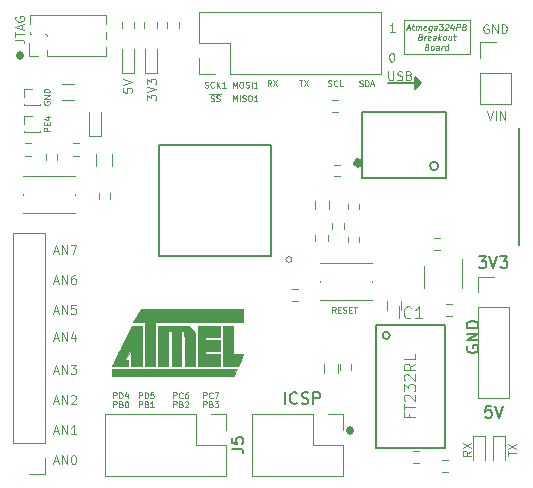
<source format=gbr>
G04 #@! TF.FileFunction,Legend,Top*
%FSLAX46Y46*%
G04 Gerber Fmt 4.6, Leading zero omitted, Abs format (unit mm)*
G04 Created by KiCad (PCBNEW 4.0.6) date 11/09/17 14:44:06*
%MOMM*%
%LPD*%
G01*
G04 APERTURE LIST*
%ADD10C,0.100000*%
%ADD11C,0.500000*%
%ADD12C,0.150000*%
%ADD13C,0.200000*%
%ADD14C,0.010000*%
%ADD15C,0.120000*%
%ADD16C,0.203200*%
%ADD17C,0.152400*%
%ADD18C,0.050000*%
G04 APERTURE END LIST*
D10*
X130399286Y-70651571D02*
X130399286Y-70187285D01*
X130685000Y-70437285D01*
X130685000Y-70330143D01*
X130720714Y-70258714D01*
X130756429Y-70223000D01*
X130827857Y-70187285D01*
X131006429Y-70187285D01*
X131077857Y-70223000D01*
X131113571Y-70258714D01*
X131149286Y-70330143D01*
X131149286Y-70544428D01*
X131113571Y-70615857D01*
X131077857Y-70651571D01*
X130399286Y-69972999D02*
X131149286Y-69722999D01*
X130399286Y-69472999D01*
X130399286Y-69294428D02*
X130399286Y-68830142D01*
X130685000Y-69080142D01*
X130685000Y-68973000D01*
X130720714Y-68901571D01*
X130756429Y-68865857D01*
X130827857Y-68830142D01*
X131006429Y-68830142D01*
X131077857Y-68865857D01*
X131113571Y-68901571D01*
X131149286Y-68973000D01*
X131149286Y-69187285D01*
X131113571Y-69258714D01*
X131077857Y-69294428D01*
X128367286Y-69611857D02*
X128367286Y-69969000D01*
X128724429Y-70004714D01*
X128688714Y-69969000D01*
X128653000Y-69897571D01*
X128653000Y-69719000D01*
X128688714Y-69647571D01*
X128724429Y-69611857D01*
X128795857Y-69576142D01*
X128974429Y-69576142D01*
X129045857Y-69611857D01*
X129081571Y-69647571D01*
X129117286Y-69719000D01*
X129117286Y-69897571D01*
X129081571Y-69969000D01*
X129045857Y-70004714D01*
X128367286Y-69361856D02*
X129117286Y-69111856D01*
X128367286Y-68861856D01*
D11*
X119634000Y-66754286D02*
X119729239Y-66849524D01*
X119634000Y-66944762D01*
X119538762Y-66849524D01*
X119634000Y-66754286D01*
X119634000Y-66944762D01*
X147574000Y-98504286D02*
X147669239Y-98599524D01*
X147574000Y-98694762D01*
X147478762Y-98599524D01*
X147574000Y-98504286D01*
X147574000Y-98694762D01*
D10*
X146339810Y-88618190D02*
X146173143Y-88380095D01*
X146054096Y-88618190D02*
X146054096Y-88118190D01*
X146244572Y-88118190D01*
X146292191Y-88142000D01*
X146316000Y-88165810D01*
X146339810Y-88213429D01*
X146339810Y-88284857D01*
X146316000Y-88332476D01*
X146292191Y-88356286D01*
X146244572Y-88380095D01*
X146054096Y-88380095D01*
X146554096Y-88356286D02*
X146720762Y-88356286D01*
X146792191Y-88618190D02*
X146554096Y-88618190D01*
X146554096Y-88118190D01*
X146792191Y-88118190D01*
X146982667Y-88594381D02*
X147054096Y-88618190D01*
X147173143Y-88618190D01*
X147220762Y-88594381D01*
X147244572Y-88570571D01*
X147268381Y-88522952D01*
X147268381Y-88475333D01*
X147244572Y-88427714D01*
X147220762Y-88403905D01*
X147173143Y-88380095D01*
X147077905Y-88356286D01*
X147030286Y-88332476D01*
X147006477Y-88308667D01*
X146982667Y-88261048D01*
X146982667Y-88213429D01*
X147006477Y-88165810D01*
X147030286Y-88142000D01*
X147077905Y-88118190D01*
X147196953Y-88118190D01*
X147268381Y-88142000D01*
X147482667Y-88356286D02*
X147649333Y-88356286D01*
X147720762Y-88618190D02*
X147482667Y-88618190D01*
X147482667Y-88118190D01*
X147720762Y-88118190D01*
X147863619Y-88118190D02*
X148149333Y-88118190D01*
X148006476Y-88618190D02*
X148006476Y-88118190D01*
X121670000Y-70738953D02*
X121646190Y-70786572D01*
X121646190Y-70858000D01*
X121670000Y-70929429D01*
X121717619Y-70977048D01*
X121765238Y-71000857D01*
X121860476Y-71024667D01*
X121931905Y-71024667D01*
X122027143Y-71000857D01*
X122074762Y-70977048D01*
X122122381Y-70929429D01*
X122146190Y-70858000D01*
X122146190Y-70810381D01*
X122122381Y-70738953D01*
X122098571Y-70715143D01*
X121931905Y-70715143D01*
X121931905Y-70810381D01*
X122146190Y-70500857D02*
X121646190Y-70500857D01*
X122146190Y-70215143D01*
X121646190Y-70215143D01*
X122146190Y-69977047D02*
X121646190Y-69977047D01*
X121646190Y-69858000D01*
X121670000Y-69786571D01*
X121717619Y-69738952D01*
X121765238Y-69715143D01*
X121860476Y-69691333D01*
X121931905Y-69691333D01*
X122027143Y-69715143D01*
X122074762Y-69738952D01*
X122122381Y-69786571D01*
X122146190Y-69858000D01*
X122146190Y-69977047D01*
X157734000Y-63830200D02*
X152146000Y-63830200D01*
X157734000Y-63957200D02*
X157734000Y-63830200D01*
X157734000Y-66751200D02*
X157734000Y-63957200D01*
X152146000Y-66751200D02*
X157734000Y-66751200D01*
X152146000Y-63830200D02*
X152146000Y-66751200D01*
X152402594Y-64536733D02*
X152640689Y-64536733D01*
X152337118Y-64679590D02*
X152566285Y-64179590D01*
X152670451Y-64679590D01*
X152807356Y-64346257D02*
X152997832Y-64346257D01*
X152899618Y-64179590D02*
X152846047Y-64608162D01*
X152863903Y-64655781D01*
X152908546Y-64679590D01*
X152956165Y-64679590D01*
X153122832Y-64679590D02*
X153164499Y-64346257D01*
X153158547Y-64393876D02*
X153185332Y-64370067D01*
X153235927Y-64346257D01*
X153307356Y-64346257D01*
X153351999Y-64370067D01*
X153369855Y-64417686D01*
X153337117Y-64679590D01*
X153369855Y-64417686D02*
X153399618Y-64370067D01*
X153450213Y-64346257D01*
X153521641Y-64346257D01*
X153566285Y-64370067D01*
X153584141Y-64417686D01*
X153551403Y-64679590D01*
X153982951Y-64655781D02*
X153932356Y-64679590D01*
X153837118Y-64679590D01*
X153792475Y-64655781D01*
X153774618Y-64608162D01*
X153798427Y-64417686D01*
X153828190Y-64370067D01*
X153878785Y-64346257D01*
X153974023Y-64346257D01*
X154018666Y-64370067D01*
X154036522Y-64417686D01*
X154030570Y-64465305D01*
X153786523Y-64512924D01*
X154474022Y-64346257D02*
X154423427Y-64751019D01*
X154393665Y-64798638D01*
X154366879Y-64822448D01*
X154316284Y-64846257D01*
X154244856Y-64846257D01*
X154200213Y-64822448D01*
X154435331Y-64655781D02*
X154384736Y-64679590D01*
X154289498Y-64679590D01*
X154244855Y-64655781D01*
X154224023Y-64631971D01*
X154206165Y-64584352D01*
X154224022Y-64441495D01*
X154253785Y-64393876D01*
X154280570Y-64370067D01*
X154331165Y-64346257D01*
X154426403Y-64346257D01*
X154471046Y-64370067D01*
X154884736Y-64679590D02*
X154917474Y-64417686D01*
X154899618Y-64370067D01*
X154854975Y-64346257D01*
X154759737Y-64346257D01*
X154709142Y-64370067D01*
X154887712Y-64655781D02*
X154837117Y-64679590D01*
X154718070Y-64679590D01*
X154673427Y-64655781D01*
X154655570Y-64608162D01*
X154661522Y-64560543D01*
X154691285Y-64512924D01*
X154741880Y-64489114D01*
X154860927Y-64489114D01*
X154911522Y-64465305D01*
X155137713Y-64179590D02*
X155447236Y-64179590D01*
X155256761Y-64370067D01*
X155328189Y-64370067D01*
X155372832Y-64393876D01*
X155393665Y-64417686D01*
X155411522Y-64465305D01*
X155396641Y-64584352D01*
X155366880Y-64631971D01*
X155340093Y-64655781D01*
X155289498Y-64679590D01*
X155146641Y-64679590D01*
X155101998Y-64655781D01*
X155081166Y-64631971D01*
X155631760Y-64227210D02*
X155658546Y-64203400D01*
X155709141Y-64179590D01*
X155828188Y-64179590D01*
X155872831Y-64203400D01*
X155893665Y-64227210D01*
X155911521Y-64274829D01*
X155905569Y-64322448D01*
X155872832Y-64393876D01*
X155551403Y-64679590D01*
X155860926Y-64679590D01*
X156331164Y-64346257D02*
X156289497Y-64679590D01*
X156235926Y-64155781D02*
X156072236Y-64512924D01*
X156381760Y-64512924D01*
X156551402Y-64679590D02*
X156613902Y-64179590D01*
X156804378Y-64179590D01*
X156849021Y-64203400D01*
X156869854Y-64227210D01*
X156887711Y-64274829D01*
X156878783Y-64346257D01*
X156849021Y-64393876D01*
X156822235Y-64417686D01*
X156771640Y-64441495D01*
X156581164Y-64441495D01*
X157250806Y-64417686D02*
X157319259Y-64441495D01*
X157340092Y-64465305D01*
X157357950Y-64512924D01*
X157349021Y-64584352D01*
X157319259Y-64631971D01*
X157292473Y-64655781D01*
X157241878Y-64679590D01*
X157051402Y-64679590D01*
X157113902Y-64179590D01*
X157280568Y-64179590D01*
X157325211Y-64203400D01*
X157346045Y-64227210D01*
X157363901Y-64274829D01*
X157357949Y-64322448D01*
X157328188Y-64370067D01*
X157301402Y-64393876D01*
X157250806Y-64417686D01*
X157084140Y-64417686D01*
X153536521Y-65267686D02*
X153604974Y-65291495D01*
X153625807Y-65315305D01*
X153643665Y-65362924D01*
X153634736Y-65434352D01*
X153604974Y-65481971D01*
X153578188Y-65505781D01*
X153527593Y-65529590D01*
X153337117Y-65529590D01*
X153399617Y-65029590D01*
X153566283Y-65029590D01*
X153610926Y-65053400D01*
X153631760Y-65077210D01*
X153649616Y-65124829D01*
X153643664Y-65172448D01*
X153613903Y-65220067D01*
X153587117Y-65243876D01*
X153536521Y-65267686D01*
X153369855Y-65267686D01*
X153837117Y-65529590D02*
X153878784Y-65196257D01*
X153866879Y-65291495D02*
X153896641Y-65243876D01*
X153923427Y-65220067D01*
X153974022Y-65196257D01*
X154021641Y-65196257D01*
X154340093Y-65505781D02*
X154289498Y-65529590D01*
X154194260Y-65529590D01*
X154149617Y-65505781D01*
X154131760Y-65458162D01*
X154155569Y-65267686D01*
X154185332Y-65220067D01*
X154235927Y-65196257D01*
X154331165Y-65196257D01*
X154375808Y-65220067D01*
X154393664Y-65267686D01*
X154387712Y-65315305D01*
X154143665Y-65362924D01*
X154789497Y-65529590D02*
X154822235Y-65267686D01*
X154804379Y-65220067D01*
X154759736Y-65196257D01*
X154664498Y-65196257D01*
X154613903Y-65220067D01*
X154792473Y-65505781D02*
X154741878Y-65529590D01*
X154622831Y-65529590D01*
X154578188Y-65505781D01*
X154560331Y-65458162D01*
X154566283Y-65410543D01*
X154596046Y-65362924D01*
X154646641Y-65339114D01*
X154765688Y-65339114D01*
X154816283Y-65315305D01*
X155027593Y-65529590D02*
X155090093Y-65029590D01*
X155099022Y-65339114D02*
X155218069Y-65529590D01*
X155259736Y-65196257D02*
X155045450Y-65386733D01*
X155503783Y-65529590D02*
X155459140Y-65505781D01*
X155438308Y-65481971D01*
X155420450Y-65434352D01*
X155438307Y-65291495D01*
X155468070Y-65243876D01*
X155494855Y-65220067D01*
X155545450Y-65196257D01*
X155616879Y-65196257D01*
X155661522Y-65220067D01*
X155682355Y-65243876D01*
X155700212Y-65291495D01*
X155682355Y-65434352D01*
X155652593Y-65481971D01*
X155625807Y-65505781D01*
X155575212Y-65529590D01*
X155503783Y-65529590D01*
X156140688Y-65196257D02*
X156099021Y-65529590D01*
X155926403Y-65196257D02*
X155893665Y-65458162D01*
X155911521Y-65505781D01*
X155956164Y-65529590D01*
X156027593Y-65529590D01*
X156078188Y-65505781D01*
X156104974Y-65481971D01*
X156307355Y-65196257D02*
X156497831Y-65196257D01*
X156399617Y-65029590D02*
X156346046Y-65458162D01*
X156363902Y-65505781D01*
X156408545Y-65529590D01*
X156456164Y-65529590D01*
X154096045Y-66117686D02*
X154164498Y-66141495D01*
X154185331Y-66165305D01*
X154203189Y-66212924D01*
X154194260Y-66284352D01*
X154164498Y-66331971D01*
X154137712Y-66355781D01*
X154087117Y-66379590D01*
X153896641Y-66379590D01*
X153959141Y-65879590D01*
X154125807Y-65879590D01*
X154170450Y-65903400D01*
X154191284Y-65927210D01*
X154209140Y-65974829D01*
X154203188Y-66022448D01*
X154173427Y-66070067D01*
X154146641Y-66093876D01*
X154096045Y-66117686D01*
X153929379Y-66117686D01*
X154468069Y-66379590D02*
X154423426Y-66355781D01*
X154402594Y-66331971D01*
X154384736Y-66284352D01*
X154402593Y-66141495D01*
X154432356Y-66093876D01*
X154459141Y-66070067D01*
X154509736Y-66046257D01*
X154581165Y-66046257D01*
X154625808Y-66070067D01*
X154646641Y-66093876D01*
X154664498Y-66141495D01*
X154646641Y-66284352D01*
X154616879Y-66331971D01*
X154590093Y-66355781D01*
X154539498Y-66379590D01*
X154468069Y-66379590D01*
X155063307Y-66379590D02*
X155096045Y-66117686D01*
X155078189Y-66070067D01*
X155033546Y-66046257D01*
X154938308Y-66046257D01*
X154887713Y-66070067D01*
X155066283Y-66355781D02*
X155015688Y-66379590D01*
X154896641Y-66379590D01*
X154851998Y-66355781D01*
X154834141Y-66308162D01*
X154840093Y-66260543D01*
X154869856Y-66212924D01*
X154920451Y-66189114D01*
X155039498Y-66189114D01*
X155090093Y-66165305D01*
X155301403Y-66379590D02*
X155343070Y-66046257D01*
X155331165Y-66141495D02*
X155360927Y-66093876D01*
X155387713Y-66070067D01*
X155438308Y-66046257D01*
X155485927Y-66046257D01*
X155825212Y-66379590D02*
X155887712Y-65879590D01*
X155828188Y-66355781D02*
X155777593Y-66379590D01*
X155682355Y-66379590D01*
X155637712Y-66355781D01*
X155616880Y-66331971D01*
X155599022Y-66284352D01*
X155616879Y-66141495D01*
X155646642Y-66093876D01*
X155673427Y-66070067D01*
X155724022Y-66046257D01*
X155819260Y-66046257D01*
X155863903Y-66070067D01*
X122146190Y-73239237D02*
X121646190Y-73239237D01*
X121646190Y-73048761D01*
X121670000Y-73001142D01*
X121693810Y-72977333D01*
X121741429Y-72953523D01*
X121812857Y-72953523D01*
X121860476Y-72977333D01*
X121884286Y-73001142D01*
X121908095Y-73048761D01*
X121908095Y-73239237D01*
X121884286Y-72739237D02*
X121884286Y-72572571D01*
X122146190Y-72501142D02*
X122146190Y-72739237D01*
X121646190Y-72739237D01*
X121646190Y-72501142D01*
X121812857Y-72072571D02*
X122146190Y-72072571D01*
X121622381Y-72191618D02*
X121979524Y-72310666D01*
X121979524Y-72001142D01*
D12*
X157488000Y-91439904D02*
X157440381Y-91535142D01*
X157440381Y-91677999D01*
X157488000Y-91820857D01*
X157583238Y-91916095D01*
X157678476Y-91963714D01*
X157868952Y-92011333D01*
X158011810Y-92011333D01*
X158202286Y-91963714D01*
X158297524Y-91916095D01*
X158392762Y-91820857D01*
X158440381Y-91677999D01*
X158440381Y-91582761D01*
X158392762Y-91439904D01*
X158345143Y-91392285D01*
X158011810Y-91392285D01*
X158011810Y-91582761D01*
X158440381Y-90963714D02*
X157440381Y-90963714D01*
X158440381Y-90392285D01*
X157440381Y-90392285D01*
X158440381Y-89916095D02*
X157440381Y-89916095D01*
X157440381Y-89678000D01*
X157488000Y-89535142D01*
X157583238Y-89439904D01*
X157678476Y-89392285D01*
X157868952Y-89344666D01*
X158011810Y-89344666D01*
X158202286Y-89392285D01*
X158297524Y-89439904D01*
X158392762Y-89535142D01*
X158440381Y-89678000D01*
X158440381Y-89916095D01*
D10*
X159270772Y-64242600D02*
X159199343Y-64206886D01*
X159092200Y-64206886D01*
X158985057Y-64242600D01*
X158913629Y-64314029D01*
X158877914Y-64385457D01*
X158842200Y-64528314D01*
X158842200Y-64635457D01*
X158877914Y-64778314D01*
X158913629Y-64849743D01*
X158985057Y-64921171D01*
X159092200Y-64956886D01*
X159163629Y-64956886D01*
X159270772Y-64921171D01*
X159306486Y-64885457D01*
X159306486Y-64635457D01*
X159163629Y-64635457D01*
X159627914Y-64956886D02*
X159627914Y-64206886D01*
X160056486Y-64956886D01*
X160056486Y-64206886D01*
X160413628Y-64956886D02*
X160413628Y-64206886D01*
X160592200Y-64206886D01*
X160699343Y-64242600D01*
X160770771Y-64314029D01*
X160806486Y-64385457D01*
X160842200Y-64528314D01*
X160842200Y-64635457D01*
X160806486Y-64778314D01*
X160770771Y-64849743D01*
X160699343Y-64921171D01*
X160592200Y-64956886D01*
X160413628Y-64956886D01*
X135143953Y-95857190D02*
X135143953Y-95357190D01*
X135334429Y-95357190D01*
X135382048Y-95381000D01*
X135405857Y-95404810D01*
X135429667Y-95452429D01*
X135429667Y-95523857D01*
X135405857Y-95571476D01*
X135382048Y-95595286D01*
X135334429Y-95619095D01*
X135143953Y-95619095D01*
X135929667Y-95809571D02*
X135905857Y-95833381D01*
X135834429Y-95857190D01*
X135786810Y-95857190D01*
X135715381Y-95833381D01*
X135667762Y-95785762D01*
X135643953Y-95738143D01*
X135620143Y-95642905D01*
X135620143Y-95571476D01*
X135643953Y-95476238D01*
X135667762Y-95428619D01*
X135715381Y-95381000D01*
X135786810Y-95357190D01*
X135834429Y-95357190D01*
X135905857Y-95381000D01*
X135929667Y-95404810D01*
X136096334Y-95357190D02*
X136429667Y-95357190D01*
X136215381Y-95857190D01*
X135143953Y-96619190D02*
X135143953Y-96119190D01*
X135334429Y-96119190D01*
X135382048Y-96143000D01*
X135405857Y-96166810D01*
X135429667Y-96214429D01*
X135429667Y-96285857D01*
X135405857Y-96333476D01*
X135382048Y-96357286D01*
X135334429Y-96381095D01*
X135143953Y-96381095D01*
X135810619Y-96357286D02*
X135882048Y-96381095D01*
X135905857Y-96404905D01*
X135929667Y-96452524D01*
X135929667Y-96523952D01*
X135905857Y-96571571D01*
X135882048Y-96595381D01*
X135834429Y-96619190D01*
X135643953Y-96619190D01*
X135643953Y-96119190D01*
X135810619Y-96119190D01*
X135858238Y-96143000D01*
X135882048Y-96166810D01*
X135905857Y-96214429D01*
X135905857Y-96262048D01*
X135882048Y-96309667D01*
X135858238Y-96333476D01*
X135810619Y-96357286D01*
X135643953Y-96357286D01*
X136096334Y-96119190D02*
X136405857Y-96119190D01*
X136239191Y-96309667D01*
X136310619Y-96309667D01*
X136358238Y-96333476D01*
X136382048Y-96357286D01*
X136405857Y-96404905D01*
X136405857Y-96523952D01*
X136382048Y-96571571D01*
X136358238Y-96595381D01*
X136310619Y-96619190D01*
X136167762Y-96619190D01*
X136120143Y-96595381D01*
X136096334Y-96571571D01*
X132603953Y-95857190D02*
X132603953Y-95357190D01*
X132794429Y-95357190D01*
X132842048Y-95381000D01*
X132865857Y-95404810D01*
X132889667Y-95452429D01*
X132889667Y-95523857D01*
X132865857Y-95571476D01*
X132842048Y-95595286D01*
X132794429Y-95619095D01*
X132603953Y-95619095D01*
X133389667Y-95809571D02*
X133365857Y-95833381D01*
X133294429Y-95857190D01*
X133246810Y-95857190D01*
X133175381Y-95833381D01*
X133127762Y-95785762D01*
X133103953Y-95738143D01*
X133080143Y-95642905D01*
X133080143Y-95571476D01*
X133103953Y-95476238D01*
X133127762Y-95428619D01*
X133175381Y-95381000D01*
X133246810Y-95357190D01*
X133294429Y-95357190D01*
X133365857Y-95381000D01*
X133389667Y-95404810D01*
X133818238Y-95357190D02*
X133723000Y-95357190D01*
X133675381Y-95381000D01*
X133651572Y-95404810D01*
X133603953Y-95476238D01*
X133580143Y-95571476D01*
X133580143Y-95761952D01*
X133603953Y-95809571D01*
X133627762Y-95833381D01*
X133675381Y-95857190D01*
X133770619Y-95857190D01*
X133818238Y-95833381D01*
X133842048Y-95809571D01*
X133865857Y-95761952D01*
X133865857Y-95642905D01*
X133842048Y-95595286D01*
X133818238Y-95571476D01*
X133770619Y-95547667D01*
X133675381Y-95547667D01*
X133627762Y-95571476D01*
X133603953Y-95595286D01*
X133580143Y-95642905D01*
X132603953Y-96619190D02*
X132603953Y-96119190D01*
X132794429Y-96119190D01*
X132842048Y-96143000D01*
X132865857Y-96166810D01*
X132889667Y-96214429D01*
X132889667Y-96285857D01*
X132865857Y-96333476D01*
X132842048Y-96357286D01*
X132794429Y-96381095D01*
X132603953Y-96381095D01*
X133270619Y-96357286D02*
X133342048Y-96381095D01*
X133365857Y-96404905D01*
X133389667Y-96452524D01*
X133389667Y-96523952D01*
X133365857Y-96571571D01*
X133342048Y-96595381D01*
X133294429Y-96619190D01*
X133103953Y-96619190D01*
X133103953Y-96119190D01*
X133270619Y-96119190D01*
X133318238Y-96143000D01*
X133342048Y-96166810D01*
X133365857Y-96214429D01*
X133365857Y-96262048D01*
X133342048Y-96309667D01*
X133318238Y-96333476D01*
X133270619Y-96357286D01*
X133103953Y-96357286D01*
X133580143Y-96166810D02*
X133603953Y-96143000D01*
X133651572Y-96119190D01*
X133770619Y-96119190D01*
X133818238Y-96143000D01*
X133842048Y-96166810D01*
X133865857Y-96214429D01*
X133865857Y-96262048D01*
X133842048Y-96333476D01*
X133556334Y-96619190D01*
X133865857Y-96619190D01*
X129682953Y-95857190D02*
X129682953Y-95357190D01*
X129873429Y-95357190D01*
X129921048Y-95381000D01*
X129944857Y-95404810D01*
X129968667Y-95452429D01*
X129968667Y-95523857D01*
X129944857Y-95571476D01*
X129921048Y-95595286D01*
X129873429Y-95619095D01*
X129682953Y-95619095D01*
X130182953Y-95857190D02*
X130182953Y-95357190D01*
X130302000Y-95357190D01*
X130373429Y-95381000D01*
X130421048Y-95428619D01*
X130444857Y-95476238D01*
X130468667Y-95571476D01*
X130468667Y-95642905D01*
X130444857Y-95738143D01*
X130421048Y-95785762D01*
X130373429Y-95833381D01*
X130302000Y-95857190D01*
X130182953Y-95857190D01*
X130921048Y-95357190D02*
X130682953Y-95357190D01*
X130659143Y-95595286D01*
X130682953Y-95571476D01*
X130730572Y-95547667D01*
X130849619Y-95547667D01*
X130897238Y-95571476D01*
X130921048Y-95595286D01*
X130944857Y-95642905D01*
X130944857Y-95761952D01*
X130921048Y-95809571D01*
X130897238Y-95833381D01*
X130849619Y-95857190D01*
X130730572Y-95857190D01*
X130682953Y-95833381D01*
X130659143Y-95809571D01*
X129682953Y-96619190D02*
X129682953Y-96119190D01*
X129873429Y-96119190D01*
X129921048Y-96143000D01*
X129944857Y-96166810D01*
X129968667Y-96214429D01*
X129968667Y-96285857D01*
X129944857Y-96333476D01*
X129921048Y-96357286D01*
X129873429Y-96381095D01*
X129682953Y-96381095D01*
X130349619Y-96357286D02*
X130421048Y-96381095D01*
X130444857Y-96404905D01*
X130468667Y-96452524D01*
X130468667Y-96523952D01*
X130444857Y-96571571D01*
X130421048Y-96595381D01*
X130373429Y-96619190D01*
X130182953Y-96619190D01*
X130182953Y-96119190D01*
X130349619Y-96119190D01*
X130397238Y-96143000D01*
X130421048Y-96166810D01*
X130444857Y-96214429D01*
X130444857Y-96262048D01*
X130421048Y-96309667D01*
X130397238Y-96333476D01*
X130349619Y-96357286D01*
X130182953Y-96357286D01*
X130944857Y-96619190D02*
X130659143Y-96619190D01*
X130802000Y-96619190D02*
X130802000Y-96119190D01*
X130754381Y-96190619D01*
X130706762Y-96238238D01*
X130659143Y-96262048D01*
X127523953Y-95857190D02*
X127523953Y-95357190D01*
X127714429Y-95357190D01*
X127762048Y-95381000D01*
X127785857Y-95404810D01*
X127809667Y-95452429D01*
X127809667Y-95523857D01*
X127785857Y-95571476D01*
X127762048Y-95595286D01*
X127714429Y-95619095D01*
X127523953Y-95619095D01*
X128023953Y-95857190D02*
X128023953Y-95357190D01*
X128143000Y-95357190D01*
X128214429Y-95381000D01*
X128262048Y-95428619D01*
X128285857Y-95476238D01*
X128309667Y-95571476D01*
X128309667Y-95642905D01*
X128285857Y-95738143D01*
X128262048Y-95785762D01*
X128214429Y-95833381D01*
X128143000Y-95857190D01*
X128023953Y-95857190D01*
X128738238Y-95523857D02*
X128738238Y-95857190D01*
X128619191Y-95333381D02*
X128500143Y-95690524D01*
X128809667Y-95690524D01*
X137660191Y-70711190D02*
X137660191Y-70211190D01*
X137826857Y-70568333D01*
X137993524Y-70211190D01*
X137993524Y-70711190D01*
X138231620Y-70711190D02*
X138231620Y-70211190D01*
X138445905Y-70687381D02*
X138517334Y-70711190D01*
X138636381Y-70711190D01*
X138684000Y-70687381D01*
X138707810Y-70663571D01*
X138731619Y-70615952D01*
X138731619Y-70568333D01*
X138707810Y-70520714D01*
X138684000Y-70496905D01*
X138636381Y-70473095D01*
X138541143Y-70449286D01*
X138493524Y-70425476D01*
X138469715Y-70401667D01*
X138445905Y-70354048D01*
X138445905Y-70306429D01*
X138469715Y-70258810D01*
X138493524Y-70235000D01*
X138541143Y-70211190D01*
X138660191Y-70211190D01*
X138731619Y-70235000D01*
X139041143Y-70211190D02*
X139136381Y-70211190D01*
X139184000Y-70235000D01*
X139231619Y-70282619D01*
X139255428Y-70377857D01*
X139255428Y-70544524D01*
X139231619Y-70639762D01*
X139184000Y-70687381D01*
X139136381Y-70711190D01*
X139041143Y-70711190D01*
X138993524Y-70687381D01*
X138945905Y-70639762D01*
X138922095Y-70544524D01*
X138922095Y-70377857D01*
X138945905Y-70282619D01*
X138993524Y-70235000D01*
X139041143Y-70211190D01*
X139731619Y-70711190D02*
X139445905Y-70711190D01*
X139588762Y-70711190D02*
X139588762Y-70211190D01*
X139541143Y-70282619D01*
X139493524Y-70330238D01*
X139445905Y-70354048D01*
X137660191Y-69568190D02*
X137660191Y-69068190D01*
X137826857Y-69425333D01*
X137993524Y-69068190D01*
X137993524Y-69568190D01*
X138326858Y-69068190D02*
X138422096Y-69068190D01*
X138469715Y-69092000D01*
X138517334Y-69139619D01*
X138541143Y-69234857D01*
X138541143Y-69401524D01*
X138517334Y-69496762D01*
X138469715Y-69544381D01*
X138422096Y-69568190D01*
X138326858Y-69568190D01*
X138279239Y-69544381D01*
X138231620Y-69496762D01*
X138207810Y-69401524D01*
X138207810Y-69234857D01*
X138231620Y-69139619D01*
X138279239Y-69092000D01*
X138326858Y-69068190D01*
X138731620Y-69544381D02*
X138803049Y-69568190D01*
X138922096Y-69568190D01*
X138969715Y-69544381D01*
X138993525Y-69520571D01*
X139017334Y-69472952D01*
X139017334Y-69425333D01*
X138993525Y-69377714D01*
X138969715Y-69353905D01*
X138922096Y-69330095D01*
X138826858Y-69306286D01*
X138779239Y-69282476D01*
X138755430Y-69258667D01*
X138731620Y-69211048D01*
X138731620Y-69163429D01*
X138755430Y-69115810D01*
X138779239Y-69092000D01*
X138826858Y-69068190D01*
X138945906Y-69068190D01*
X139017334Y-69092000D01*
X139231620Y-69568190D02*
X139231620Y-69068190D01*
X139731619Y-69568190D02*
X139445905Y-69568190D01*
X139588762Y-69568190D02*
X139588762Y-69068190D01*
X139541143Y-69139619D01*
X139493524Y-69187238D01*
X139445905Y-69211048D01*
X135763048Y-70687381D02*
X135834477Y-70711190D01*
X135953524Y-70711190D01*
X136001143Y-70687381D01*
X136024953Y-70663571D01*
X136048762Y-70615952D01*
X136048762Y-70568333D01*
X136024953Y-70520714D01*
X136001143Y-70496905D01*
X135953524Y-70473095D01*
X135858286Y-70449286D01*
X135810667Y-70425476D01*
X135786858Y-70401667D01*
X135763048Y-70354048D01*
X135763048Y-70306429D01*
X135786858Y-70258810D01*
X135810667Y-70235000D01*
X135858286Y-70211190D01*
X135977334Y-70211190D01*
X136048762Y-70235000D01*
X136239238Y-70687381D02*
X136310667Y-70711190D01*
X136429714Y-70711190D01*
X136477333Y-70687381D01*
X136501143Y-70663571D01*
X136524952Y-70615952D01*
X136524952Y-70568333D01*
X136501143Y-70520714D01*
X136477333Y-70496905D01*
X136429714Y-70473095D01*
X136334476Y-70449286D01*
X136286857Y-70425476D01*
X136263048Y-70401667D01*
X136239238Y-70354048D01*
X136239238Y-70306429D01*
X136263048Y-70258810D01*
X136286857Y-70235000D01*
X136334476Y-70211190D01*
X136453524Y-70211190D01*
X136524952Y-70235000D01*
X135667810Y-70125000D02*
X136620190Y-70125000D01*
X135263048Y-69544381D02*
X135334477Y-69568190D01*
X135453524Y-69568190D01*
X135501143Y-69544381D01*
X135524953Y-69520571D01*
X135548762Y-69472952D01*
X135548762Y-69425333D01*
X135524953Y-69377714D01*
X135501143Y-69353905D01*
X135453524Y-69330095D01*
X135358286Y-69306286D01*
X135310667Y-69282476D01*
X135286858Y-69258667D01*
X135263048Y-69211048D01*
X135263048Y-69163429D01*
X135286858Y-69115810D01*
X135310667Y-69092000D01*
X135358286Y-69068190D01*
X135477334Y-69068190D01*
X135548762Y-69092000D01*
X136048762Y-69520571D02*
X136024952Y-69544381D01*
X135953524Y-69568190D01*
X135905905Y-69568190D01*
X135834476Y-69544381D01*
X135786857Y-69496762D01*
X135763048Y-69449143D01*
X135739238Y-69353905D01*
X135739238Y-69282476D01*
X135763048Y-69187238D01*
X135786857Y-69139619D01*
X135834476Y-69092000D01*
X135905905Y-69068190D01*
X135953524Y-69068190D01*
X136024952Y-69092000D01*
X136048762Y-69115810D01*
X136263048Y-69568190D02*
X136263048Y-69068190D01*
X136548762Y-69568190D02*
X136334476Y-69282476D01*
X136548762Y-69068190D02*
X136263048Y-69353905D01*
X137024952Y-69568190D02*
X136739238Y-69568190D01*
X136882095Y-69568190D02*
X136882095Y-69068190D01*
X136834476Y-69139619D01*
X136786857Y-69187238D01*
X136739238Y-69211048D01*
X140886667Y-69441190D02*
X140720000Y-69203095D01*
X140600953Y-69441190D02*
X140600953Y-68941190D01*
X140791429Y-68941190D01*
X140839048Y-68965000D01*
X140862857Y-68988810D01*
X140886667Y-69036429D01*
X140886667Y-69107857D01*
X140862857Y-69155476D01*
X140839048Y-69179286D01*
X140791429Y-69203095D01*
X140600953Y-69203095D01*
X141053334Y-68941190D02*
X141386667Y-69441190D01*
X141386667Y-68941190D02*
X141053334Y-69441190D01*
X143256048Y-68941190D02*
X143541762Y-68941190D01*
X143398905Y-69441190D02*
X143398905Y-68941190D01*
X143660810Y-68941190D02*
X143994143Y-69441190D01*
X143994143Y-68941190D02*
X143660810Y-69441190D01*
X148363858Y-69417381D02*
X148435287Y-69441190D01*
X148554334Y-69441190D01*
X148601953Y-69417381D01*
X148625763Y-69393571D01*
X148649572Y-69345952D01*
X148649572Y-69298333D01*
X148625763Y-69250714D01*
X148601953Y-69226905D01*
X148554334Y-69203095D01*
X148459096Y-69179286D01*
X148411477Y-69155476D01*
X148387668Y-69131667D01*
X148363858Y-69084048D01*
X148363858Y-69036429D01*
X148387668Y-68988810D01*
X148411477Y-68965000D01*
X148459096Y-68941190D01*
X148578144Y-68941190D01*
X148649572Y-68965000D01*
X148863858Y-69441190D02*
X148863858Y-68941190D01*
X148982905Y-68941190D01*
X149054334Y-68965000D01*
X149101953Y-69012619D01*
X149125762Y-69060238D01*
X149149572Y-69155476D01*
X149149572Y-69226905D01*
X149125762Y-69322143D01*
X149101953Y-69369762D01*
X149054334Y-69417381D01*
X148982905Y-69441190D01*
X148863858Y-69441190D01*
X149340048Y-69298333D02*
X149578143Y-69298333D01*
X149292429Y-69441190D02*
X149459096Y-68941190D01*
X149625762Y-69441190D01*
X145708762Y-69417381D02*
X145780191Y-69441190D01*
X145899238Y-69441190D01*
X145946857Y-69417381D01*
X145970667Y-69393571D01*
X145994476Y-69345952D01*
X145994476Y-69298333D01*
X145970667Y-69250714D01*
X145946857Y-69226905D01*
X145899238Y-69203095D01*
X145804000Y-69179286D01*
X145756381Y-69155476D01*
X145732572Y-69131667D01*
X145708762Y-69084048D01*
X145708762Y-69036429D01*
X145732572Y-68988810D01*
X145756381Y-68965000D01*
X145804000Y-68941190D01*
X145923048Y-68941190D01*
X145994476Y-68965000D01*
X146494476Y-69393571D02*
X146470666Y-69417381D01*
X146399238Y-69441190D01*
X146351619Y-69441190D01*
X146280190Y-69417381D01*
X146232571Y-69369762D01*
X146208762Y-69322143D01*
X146184952Y-69226905D01*
X146184952Y-69155476D01*
X146208762Y-69060238D01*
X146232571Y-69012619D01*
X146280190Y-68965000D01*
X146351619Y-68941190D01*
X146399238Y-68941190D01*
X146470666Y-68965000D01*
X146494476Y-68988810D01*
X146946857Y-69441190D02*
X146708762Y-69441190D01*
X146708762Y-68941190D01*
X151068886Y-66619886D02*
X151140314Y-66619886D01*
X151211743Y-66655600D01*
X151247457Y-66691314D01*
X151283171Y-66762743D01*
X151318886Y-66905600D01*
X151318886Y-67084171D01*
X151283171Y-67227029D01*
X151247457Y-67298457D01*
X151211743Y-67334171D01*
X151140314Y-67369886D01*
X151068886Y-67369886D01*
X150997457Y-67334171D01*
X150961743Y-67298457D01*
X150926028Y-67227029D01*
X150890314Y-67084171D01*
X150890314Y-66905600D01*
X150926028Y-66762743D01*
X150961743Y-66691314D01*
X150997457Y-66655600D01*
X151068886Y-66619886D01*
X151369686Y-64829886D02*
X150941114Y-64829886D01*
X151155400Y-64829886D02*
X151155400Y-64079886D01*
X151083971Y-64187029D01*
X151012543Y-64258457D01*
X150941114Y-64294171D01*
D12*
X159524724Y-96515941D02*
X159048533Y-96515941D01*
X159000914Y-96992131D01*
X159048533Y-96944512D01*
X159143771Y-96896893D01*
X159381867Y-96896893D01*
X159477105Y-96944512D01*
X159524724Y-96992131D01*
X159572343Y-97087370D01*
X159572343Y-97325465D01*
X159524724Y-97420703D01*
X159477105Y-97468322D01*
X159381867Y-97515941D01*
X159143771Y-97515941D01*
X159048533Y-97468322D01*
X159000914Y-97420703D01*
X159858057Y-96515941D02*
X160191390Y-97515941D01*
X160524724Y-96515941D01*
X158466945Y-83831181D02*
X159085993Y-83831181D01*
X158752659Y-84212133D01*
X158895517Y-84212133D01*
X158990755Y-84259752D01*
X159038374Y-84307371D01*
X159085993Y-84402610D01*
X159085993Y-84640705D01*
X159038374Y-84735943D01*
X158990755Y-84783562D01*
X158895517Y-84831181D01*
X158609802Y-84831181D01*
X158514564Y-84783562D01*
X158466945Y-84735943D01*
X159371707Y-83831181D02*
X159705040Y-84831181D01*
X160038374Y-83831181D01*
X160276469Y-83831181D02*
X160895517Y-83831181D01*
X160562183Y-84212133D01*
X160705041Y-84212133D01*
X160800279Y-84259752D01*
X160847898Y-84307371D01*
X160895517Y-84402610D01*
X160895517Y-84640705D01*
X160847898Y-84735943D01*
X160800279Y-84783562D01*
X160705041Y-84831181D01*
X160419326Y-84831181D01*
X160324088Y-84783562D01*
X160276469Y-84735943D01*
D13*
X153334720Y-69220080D02*
X153410920Y-69220080D01*
D10*
X122515429Y-101217000D02*
X122872572Y-101217000D01*
X122444001Y-101431286D02*
X122694001Y-100681286D01*
X122944001Y-101431286D01*
X123194000Y-101431286D02*
X123194000Y-100681286D01*
X123622572Y-101431286D01*
X123622572Y-100681286D01*
X124122572Y-100681286D02*
X124194000Y-100681286D01*
X124265429Y-100717000D01*
X124301143Y-100752714D01*
X124336857Y-100824143D01*
X124372572Y-100967000D01*
X124372572Y-101145571D01*
X124336857Y-101288429D01*
X124301143Y-101359857D01*
X124265429Y-101395571D01*
X124194000Y-101431286D01*
X124122572Y-101431286D01*
X124051143Y-101395571D01*
X124015429Y-101359857D01*
X123979714Y-101288429D01*
X123944000Y-101145571D01*
X123944000Y-100967000D01*
X123979714Y-100824143D01*
X124015429Y-100752714D01*
X124051143Y-100717000D01*
X124122572Y-100681286D01*
X122515429Y-98677000D02*
X122872572Y-98677000D01*
X122444001Y-98891286D02*
X122694001Y-98141286D01*
X122944001Y-98891286D01*
X123194000Y-98891286D02*
X123194000Y-98141286D01*
X123622572Y-98891286D01*
X123622572Y-98141286D01*
X124372572Y-98891286D02*
X123944000Y-98891286D01*
X124158286Y-98891286D02*
X124158286Y-98141286D01*
X124086857Y-98248429D01*
X124015429Y-98319857D01*
X123944000Y-98355571D01*
X122515429Y-96137000D02*
X122872572Y-96137000D01*
X122444001Y-96351286D02*
X122694001Y-95601286D01*
X122944001Y-96351286D01*
X123194000Y-96351286D02*
X123194000Y-95601286D01*
X123622572Y-96351286D01*
X123622572Y-95601286D01*
X123944000Y-95672714D02*
X123979714Y-95637000D01*
X124051143Y-95601286D01*
X124229714Y-95601286D01*
X124301143Y-95637000D01*
X124336857Y-95672714D01*
X124372572Y-95744143D01*
X124372572Y-95815571D01*
X124336857Y-95922714D01*
X123908286Y-96351286D01*
X124372572Y-96351286D01*
X122515429Y-93597000D02*
X122872572Y-93597000D01*
X122444001Y-93811286D02*
X122694001Y-93061286D01*
X122944001Y-93811286D01*
X123194000Y-93811286D02*
X123194000Y-93061286D01*
X123622572Y-93811286D01*
X123622572Y-93061286D01*
X123908286Y-93061286D02*
X124372572Y-93061286D01*
X124122572Y-93347000D01*
X124229714Y-93347000D01*
X124301143Y-93382714D01*
X124336857Y-93418429D01*
X124372572Y-93489857D01*
X124372572Y-93668429D01*
X124336857Y-93739857D01*
X124301143Y-93775571D01*
X124229714Y-93811286D01*
X124015429Y-93811286D01*
X123944000Y-93775571D01*
X123908286Y-93739857D01*
X122515429Y-90803000D02*
X122872572Y-90803000D01*
X122444001Y-91017286D02*
X122694001Y-90267286D01*
X122944001Y-91017286D01*
X123194000Y-91017286D02*
X123194000Y-90267286D01*
X123622572Y-91017286D01*
X123622572Y-90267286D01*
X124301143Y-90517286D02*
X124301143Y-91017286D01*
X124122572Y-90231571D02*
X123944000Y-90767286D01*
X124408286Y-90767286D01*
X122515429Y-88517000D02*
X122872572Y-88517000D01*
X122444001Y-88731286D02*
X122694001Y-87981286D01*
X122944001Y-88731286D01*
X123194000Y-88731286D02*
X123194000Y-87981286D01*
X123622572Y-88731286D01*
X123622572Y-87981286D01*
X124336857Y-87981286D02*
X123979714Y-87981286D01*
X123944000Y-88338429D01*
X123979714Y-88302714D01*
X124051143Y-88267000D01*
X124229714Y-88267000D01*
X124301143Y-88302714D01*
X124336857Y-88338429D01*
X124372572Y-88409857D01*
X124372572Y-88588429D01*
X124336857Y-88659857D01*
X124301143Y-88695571D01*
X124229714Y-88731286D01*
X124051143Y-88731286D01*
X123979714Y-88695571D01*
X123944000Y-88659857D01*
X122515429Y-85977000D02*
X122872572Y-85977000D01*
X122444001Y-86191286D02*
X122694001Y-85441286D01*
X122944001Y-86191286D01*
X123194000Y-86191286D02*
X123194000Y-85441286D01*
X123622572Y-86191286D01*
X123622572Y-85441286D01*
X124301143Y-85441286D02*
X124158286Y-85441286D01*
X124086857Y-85477000D01*
X124051143Y-85512714D01*
X123979714Y-85619857D01*
X123944000Y-85762714D01*
X123944000Y-86048429D01*
X123979714Y-86119857D01*
X124015429Y-86155571D01*
X124086857Y-86191286D01*
X124229714Y-86191286D01*
X124301143Y-86155571D01*
X124336857Y-86119857D01*
X124372572Y-86048429D01*
X124372572Y-85869857D01*
X124336857Y-85798429D01*
X124301143Y-85762714D01*
X124229714Y-85727000D01*
X124086857Y-85727000D01*
X124015429Y-85762714D01*
X123979714Y-85798429D01*
X123944000Y-85869857D01*
X122515429Y-83437000D02*
X122872572Y-83437000D01*
X122444001Y-83651286D02*
X122694001Y-82901286D01*
X122944001Y-83651286D01*
X123194000Y-83651286D02*
X123194000Y-82901286D01*
X123622572Y-83651286D01*
X123622572Y-82901286D01*
X123908286Y-82901286D02*
X124408286Y-82901286D01*
X124086857Y-83651286D01*
X160906667Y-100736333D02*
X160906667Y-100336333D01*
X161606667Y-100536333D02*
X160906667Y-100536333D01*
X160906667Y-100169667D02*
X161606667Y-99703000D01*
X160906667Y-99703000D02*
X161606667Y-100169667D01*
X157796667Y-100319666D02*
X157463333Y-100553000D01*
X157796667Y-100719666D02*
X157096667Y-100719666D01*
X157096667Y-100453000D01*
X157130000Y-100386333D01*
X157163333Y-100353000D01*
X157230000Y-100319666D01*
X157330000Y-100319666D01*
X157396667Y-100353000D01*
X157430000Y-100386333D01*
X157463333Y-100453000D01*
X157463333Y-100719666D01*
X157096667Y-100086333D02*
X157796667Y-99619666D01*
X157096667Y-99619666D02*
X157796667Y-100086333D01*
D13*
X150749000Y-69215000D02*
X153035000Y-69215000D01*
X153543000Y-69215000D02*
X153035000Y-69723000D01*
X153035000Y-69723000D02*
X153035000Y-68707000D01*
X153035000Y-68707000D02*
X153543000Y-69215000D01*
X153543000Y-69215000D02*
X153289000Y-68961000D01*
X153289000Y-68961000D02*
X153289000Y-69469000D01*
X153289000Y-69469000D02*
X153035000Y-69469000D01*
X153035000Y-69469000D02*
X153289000Y-69469000D01*
X153289000Y-69469000D02*
X153289000Y-68961000D01*
X153289000Y-68961000D02*
X153035000Y-68707000D01*
X153035000Y-68707000D02*
X153289000Y-68961000D01*
X153289000Y-68961000D02*
X153035000Y-68961000D01*
X153035000Y-68961000D02*
X153035000Y-69469000D01*
X153035000Y-69469000D02*
X153035000Y-68961000D01*
X153035000Y-68961000D02*
X153289000Y-69215000D01*
X153289000Y-69215000D02*
X153289000Y-69469000D01*
X153289000Y-69469000D02*
X153035000Y-69215000D01*
D10*
X150818571Y-68169286D02*
X150818571Y-68776429D01*
X150854286Y-68847857D01*
X150890000Y-68883571D01*
X150961429Y-68919286D01*
X151104286Y-68919286D01*
X151175714Y-68883571D01*
X151211429Y-68847857D01*
X151247143Y-68776429D01*
X151247143Y-68169286D01*
X151568571Y-68883571D02*
X151675714Y-68919286D01*
X151854285Y-68919286D01*
X151925714Y-68883571D01*
X151961428Y-68847857D01*
X151997143Y-68776429D01*
X151997143Y-68705000D01*
X151961428Y-68633571D01*
X151925714Y-68597857D01*
X151854285Y-68562143D01*
X151711428Y-68526429D01*
X151640000Y-68490714D01*
X151604285Y-68455000D01*
X151568571Y-68383571D01*
X151568571Y-68312143D01*
X151604285Y-68240714D01*
X151640000Y-68205000D01*
X151711428Y-68169286D01*
X151890000Y-68169286D01*
X151997143Y-68205000D01*
X152568571Y-68526429D02*
X152675714Y-68562143D01*
X152711429Y-68597857D01*
X152747143Y-68669286D01*
X152747143Y-68776429D01*
X152711429Y-68847857D01*
X152675714Y-68883571D01*
X152604286Y-68919286D01*
X152318571Y-68919286D01*
X152318571Y-68169286D01*
X152568571Y-68169286D01*
X152640000Y-68205000D01*
X152675714Y-68240714D01*
X152711429Y-68312143D01*
X152711429Y-68383571D01*
X152675714Y-68455000D01*
X152640000Y-68490714D01*
X152568571Y-68526429D01*
X152318571Y-68526429D01*
X127523953Y-96619190D02*
X127523953Y-96119190D01*
X127714429Y-96119190D01*
X127762048Y-96143000D01*
X127785857Y-96166810D01*
X127809667Y-96214429D01*
X127809667Y-96285857D01*
X127785857Y-96333476D01*
X127762048Y-96357286D01*
X127714429Y-96381095D01*
X127523953Y-96381095D01*
X128190619Y-96357286D02*
X128262048Y-96381095D01*
X128285857Y-96404905D01*
X128309667Y-96452524D01*
X128309667Y-96523952D01*
X128285857Y-96571571D01*
X128262048Y-96595381D01*
X128214429Y-96619190D01*
X128023953Y-96619190D01*
X128023953Y-96119190D01*
X128190619Y-96119190D01*
X128238238Y-96143000D01*
X128262048Y-96166810D01*
X128285857Y-96214429D01*
X128285857Y-96262048D01*
X128262048Y-96309667D01*
X128238238Y-96333476D01*
X128190619Y-96357286D01*
X128023953Y-96357286D01*
X128619191Y-96119190D02*
X128666810Y-96119190D01*
X128714429Y-96143000D01*
X128738238Y-96166810D01*
X128762048Y-96214429D01*
X128785857Y-96309667D01*
X128785857Y-96428714D01*
X128762048Y-96523952D01*
X128738238Y-96571571D01*
X128714429Y-96595381D01*
X128666810Y-96619190D01*
X128619191Y-96619190D01*
X128571572Y-96595381D01*
X128547762Y-96571571D01*
X128523953Y-96523952D01*
X128500143Y-96428714D01*
X128500143Y-96309667D01*
X128523953Y-96214429D01*
X128547762Y-96166810D01*
X128571572Y-96143000D01*
X128619191Y-96119190D01*
X159147772Y-71572886D02*
X159397772Y-72322886D01*
X159647772Y-71572886D01*
X159897771Y-72322886D02*
X159897771Y-71572886D01*
X160254914Y-72322886D02*
X160254914Y-71572886D01*
X160683486Y-72322886D01*
X160683486Y-71572886D01*
D12*
X142033810Y-96337381D02*
X142033810Y-95337381D01*
X143081429Y-96242143D02*
X143033810Y-96289762D01*
X142890953Y-96337381D01*
X142795715Y-96337381D01*
X142652857Y-96289762D01*
X142557619Y-96194524D01*
X142510000Y-96099286D01*
X142462381Y-95908810D01*
X142462381Y-95765952D01*
X142510000Y-95575476D01*
X142557619Y-95480238D01*
X142652857Y-95385000D01*
X142795715Y-95337381D01*
X142890953Y-95337381D01*
X143033810Y-95385000D01*
X143081429Y-95432619D01*
X143462381Y-96289762D02*
X143605238Y-96337381D01*
X143843334Y-96337381D01*
X143938572Y-96289762D01*
X143986191Y-96242143D01*
X144033810Y-96146905D01*
X144033810Y-96051667D01*
X143986191Y-95956429D01*
X143938572Y-95908810D01*
X143843334Y-95861190D01*
X143652857Y-95813571D01*
X143557619Y-95765952D01*
X143510000Y-95718333D01*
X143462381Y-95623095D01*
X143462381Y-95527857D01*
X143510000Y-95432619D01*
X143557619Y-95385000D01*
X143652857Y-95337381D01*
X143890953Y-95337381D01*
X144033810Y-95385000D01*
X144462381Y-96337381D02*
X144462381Y-95337381D01*
X144843334Y-95337381D01*
X144938572Y-95385000D01*
X144986191Y-95432619D01*
X145033810Y-95527857D01*
X145033810Y-95670714D01*
X144986191Y-95765952D01*
X144938572Y-95813571D01*
X144843334Y-95861190D01*
X144462381Y-95861190D01*
D10*
X119223286Y-65518000D02*
X119759000Y-65518000D01*
X119866143Y-65553714D01*
X119937571Y-65625143D01*
X119973286Y-65732286D01*
X119973286Y-65803714D01*
X119223286Y-65267999D02*
X119223286Y-64839428D01*
X119973286Y-65053714D02*
X119223286Y-65053714D01*
X119759000Y-64625142D02*
X119759000Y-64267999D01*
X119973286Y-64696570D02*
X119223286Y-64446570D01*
X119973286Y-64196570D01*
X119259000Y-63553713D02*
X119223286Y-63625142D01*
X119223286Y-63732285D01*
X119259000Y-63839428D01*
X119330429Y-63910856D01*
X119401857Y-63946571D01*
X119544714Y-63982285D01*
X119651857Y-63982285D01*
X119794714Y-63946571D01*
X119866143Y-63910856D01*
X119937571Y-63839428D01*
X119973286Y-63732285D01*
X119973286Y-63660856D01*
X119937571Y-63553713D01*
X119901857Y-63517999D01*
X119651857Y-63517999D01*
X119651857Y-63660856D01*
D14*
G36*
X137846618Y-93662500D02*
X137706830Y-93971534D01*
X132548149Y-93975794D01*
X127389467Y-93980055D01*
X127389467Y-93353467D01*
X137986406Y-93353467D01*
X137846618Y-93662500D01*
X137846618Y-93662500D01*
G37*
X137846618Y-93662500D02*
X137706830Y-93971534D01*
X132548149Y-93975794D01*
X127389467Y-93980055D01*
X127389467Y-93353467D01*
X137986406Y-93353467D01*
X137846618Y-93662500D01*
G36*
X129912534Y-93116400D02*
X128998527Y-93116400D01*
X128989667Y-91789238D01*
X128746938Y-92189486D01*
X128683589Y-92294492D01*
X128626496Y-92390174D01*
X128577903Y-92472691D01*
X128540049Y-92538201D01*
X128515177Y-92582863D01*
X128505529Y-92602834D01*
X128505485Y-92603300D01*
X128521623Y-92610917D01*
X128562600Y-92617645D01*
X128616980Y-92621874D01*
X128727200Y-92626881D01*
X128727200Y-93116400D01*
X128083734Y-93116400D01*
X127939874Y-93116237D01*
X127807219Y-93115772D01*
X127689444Y-93115042D01*
X127590229Y-93114083D01*
X127513250Y-93112933D01*
X127462184Y-93111628D01*
X127440711Y-93110205D01*
X127440267Y-93109965D01*
X127447640Y-93094255D01*
X127469122Y-93050148D01*
X127503755Y-92979580D01*
X127550584Y-92884486D01*
X127608652Y-92766800D01*
X127677002Y-92628458D01*
X127754678Y-92471394D01*
X127840722Y-92297543D01*
X127934179Y-92108841D01*
X128034091Y-91907222D01*
X128139503Y-91694622D01*
X128249457Y-91472974D01*
X128277416Y-91416631D01*
X129114566Y-89729733D01*
X129912534Y-89729733D01*
X129912534Y-93116400D01*
X129912534Y-93116400D01*
G37*
X129912534Y-93116400D02*
X128998527Y-93116400D01*
X128989667Y-91789238D01*
X128746938Y-92189486D01*
X128683589Y-92294492D01*
X128626496Y-92390174D01*
X128577903Y-92472691D01*
X128540049Y-92538201D01*
X128515177Y-92582863D01*
X128505529Y-92602834D01*
X128505485Y-92603300D01*
X128521623Y-92610917D01*
X128562600Y-92617645D01*
X128616980Y-92621874D01*
X128727200Y-92626881D01*
X128727200Y-93116400D01*
X128083734Y-93116400D01*
X127939874Y-93116237D01*
X127807219Y-93115772D01*
X127689444Y-93115042D01*
X127590229Y-93114083D01*
X127513250Y-93112933D01*
X127462184Y-93111628D01*
X127440711Y-93110205D01*
X127440267Y-93109965D01*
X127447640Y-93094255D01*
X127469122Y-93050148D01*
X127503755Y-92979580D01*
X127550584Y-92884486D01*
X127608652Y-92766800D01*
X127677002Y-92628458D01*
X127754678Y-92471394D01*
X127840722Y-92297543D01*
X127934179Y-92108841D01*
X128034091Y-91907222D01*
X128139503Y-91694622D01*
X128249457Y-91472974D01*
X128277416Y-91416631D01*
X129114566Y-89729733D01*
X129912534Y-89729733D01*
X129912534Y-93116400D01*
G36*
X138531600Y-89424858D02*
X134776633Y-89429129D01*
X131021667Y-89433400D01*
X131017358Y-91274900D01*
X131013050Y-93116400D01*
X130200551Y-93116400D01*
X130196242Y-91274900D01*
X130191934Y-89433400D01*
X129698314Y-89428914D01*
X129204695Y-89424427D01*
X129520514Y-88866623D01*
X129836334Y-88308819D01*
X134183967Y-88308076D01*
X138531600Y-88307334D01*
X138531600Y-89424858D01*
X138531600Y-89424858D01*
G37*
X138531600Y-89424858D02*
X134776633Y-89429129D01*
X131021667Y-89433400D01*
X131017358Y-91274900D01*
X131013050Y-93116400D01*
X130200551Y-93116400D01*
X130196242Y-91274900D01*
X130191934Y-89433400D01*
X129698314Y-89428914D01*
X129204695Y-89424427D01*
X129520514Y-88866623D01*
X129836334Y-88308819D01*
X134183967Y-88308076D01*
X138531600Y-88307334D01*
X138531600Y-89424858D01*
G36*
X132766517Y-89729813D02*
X132972035Y-89730083D01*
X133148668Y-89730597D01*
X133298905Y-89731403D01*
X133425239Y-89732553D01*
X133530160Y-89734097D01*
X133616158Y-89736087D01*
X133685724Y-89738572D01*
X133741349Y-89741604D01*
X133785522Y-89745233D01*
X133820736Y-89749509D01*
X133849480Y-89754484D01*
X133860235Y-89756797D01*
X133996064Y-89804604D01*
X134118105Y-89881674D01*
X134223469Y-89985201D01*
X134309263Y-90112382D01*
X134369351Y-90250600D01*
X134407826Y-90364734D01*
X134413057Y-91740567D01*
X134418287Y-93116400D01*
X133552695Y-93116400D01*
X133553489Y-91694206D01*
X133553730Y-91431679D01*
X133553999Y-91200975D01*
X133554078Y-91000049D01*
X133553750Y-90826859D01*
X133552800Y-90679359D01*
X133551010Y-90555508D01*
X133548164Y-90453260D01*
X133544045Y-90370573D01*
X133538436Y-90305403D01*
X133531122Y-90255706D01*
X133521884Y-90219439D01*
X133510507Y-90194557D01*
X133496773Y-90179019D01*
X133480467Y-90170779D01*
X133461371Y-90167794D01*
X133439269Y-90168021D01*
X133413945Y-90169416D01*
X133391899Y-90170000D01*
X133282267Y-90170000D01*
X133282267Y-93116400D01*
X132452534Y-93116400D01*
X132452534Y-90136134D01*
X132147734Y-90136134D01*
X132147734Y-93116400D01*
X131318000Y-93116400D01*
X131318000Y-89729733D01*
X132529624Y-89729733D01*
X132766517Y-89729813D01*
X132766517Y-89729813D01*
G37*
X132766517Y-89729813D02*
X132972035Y-89730083D01*
X133148668Y-89730597D01*
X133298905Y-89731403D01*
X133425239Y-89732553D01*
X133530160Y-89734097D01*
X133616158Y-89736087D01*
X133685724Y-89738572D01*
X133741349Y-89741604D01*
X133785522Y-89745233D01*
X133820736Y-89749509D01*
X133849480Y-89754484D01*
X133860235Y-89756797D01*
X133996064Y-89804604D01*
X134118105Y-89881674D01*
X134223469Y-89985201D01*
X134309263Y-90112382D01*
X134369351Y-90250600D01*
X134407826Y-90364734D01*
X134413057Y-91740567D01*
X134418287Y-93116400D01*
X133552695Y-93116400D01*
X133553489Y-91694206D01*
X133553730Y-91431679D01*
X133553999Y-91200975D01*
X133554078Y-91000049D01*
X133553750Y-90826859D01*
X133552800Y-90679359D01*
X133551010Y-90555508D01*
X133548164Y-90453260D01*
X133544045Y-90370573D01*
X133538436Y-90305403D01*
X133531122Y-90255706D01*
X133521884Y-90219439D01*
X133510507Y-90194557D01*
X133496773Y-90179019D01*
X133480467Y-90170779D01*
X133461371Y-90167794D01*
X133439269Y-90168021D01*
X133413945Y-90169416D01*
X133391899Y-90170000D01*
X133282267Y-90170000D01*
X133282267Y-93116400D01*
X132452534Y-93116400D01*
X132452534Y-90136134D01*
X132147734Y-90136134D01*
X132147734Y-93116400D01*
X131318000Y-93116400D01*
X131318000Y-89729733D01*
X132529624Y-89729733D01*
X132766517Y-89729813D01*
G36*
X136516534Y-90678000D02*
X135263467Y-90678000D01*
X135263467Y-90932000D01*
X136516534Y-90932000D01*
X136516534Y-91846400D01*
X135263467Y-91846400D01*
X135263467Y-92083467D01*
X136516534Y-92083467D01*
X136516534Y-93116400D01*
X134670800Y-93116400D01*
X134670800Y-89729733D01*
X136516534Y-89729733D01*
X136516534Y-90678000D01*
X136516534Y-90678000D01*
G37*
X136516534Y-90678000D02*
X135263467Y-90678000D01*
X135263467Y-90932000D01*
X136516534Y-90932000D01*
X136516534Y-91846400D01*
X135263467Y-91846400D01*
X135263467Y-92083467D01*
X136516534Y-92083467D01*
X136516534Y-93116400D01*
X134670800Y-93116400D01*
X134670800Y-89729733D01*
X136516534Y-89729733D01*
X136516534Y-90678000D01*
G36*
X137651067Y-92083467D02*
X138091334Y-92083467D01*
X138209433Y-92083934D01*
X138315550Y-92085249D01*
X138405242Y-92087285D01*
X138474064Y-92089914D01*
X138517574Y-92093006D01*
X138531427Y-92096167D01*
X138525111Y-92114351D01*
X138507284Y-92159956D01*
X138479500Y-92229156D01*
X138443311Y-92318126D01*
X138400268Y-92423040D01*
X138351925Y-92540073D01*
X138323565Y-92608400D01*
X138115876Y-93107934D01*
X137451671Y-93112363D01*
X136787467Y-93116793D01*
X136787467Y-89729733D01*
X137651067Y-89729733D01*
X137651067Y-92083467D01*
X137651067Y-92083467D01*
G37*
X137651067Y-92083467D02*
X138091334Y-92083467D01*
X138209433Y-92083934D01*
X138315550Y-92085249D01*
X138405242Y-92087285D01*
X138474064Y-92089914D01*
X138517574Y-92093006D01*
X138531427Y-92096167D01*
X138525111Y-92114351D01*
X138507284Y-92159956D01*
X138479500Y-92229156D01*
X138443311Y-92318126D01*
X138400268Y-92423040D01*
X138351925Y-92540073D01*
X138323565Y-92608400D01*
X138115876Y-93107934D01*
X137451671Y-93112363D01*
X136787467Y-93116793D01*
X136787467Y-89729733D01*
X137651067Y-89729733D01*
X137651067Y-92083467D01*
D15*
X139259000Y-97222000D02*
X139259000Y-102422000D01*
X144399000Y-97222000D02*
X139259000Y-97222000D01*
X146999000Y-102422000D02*
X139259000Y-102422000D01*
X144399000Y-97222000D02*
X144399000Y-99822000D01*
X144399000Y-99822000D02*
X146999000Y-99822000D01*
X146999000Y-99822000D02*
X146999000Y-102422000D01*
X145669000Y-97222000D02*
X146999000Y-97222000D01*
X146999000Y-97222000D02*
X146999000Y-98552000D01*
D16*
X131434000Y-83841000D02*
X131434000Y-74411000D01*
X131434000Y-74411000D02*
X140854000Y-74411000D01*
X140854000Y-74411000D02*
X140854000Y-83841000D01*
X140854000Y-83841000D02*
X131434000Y-83841000D01*
D10*
X142648000Y-84121000D02*
G75*
G03X142648000Y-84121000I-254000J0D01*
G01*
D15*
X146181000Y-77051000D02*
X146681000Y-77051000D01*
X146681000Y-76111000D02*
X146181000Y-76111000D01*
X146054000Y-71590000D02*
X146554000Y-71590000D01*
X146554000Y-70650000D02*
X146054000Y-70650000D01*
X148298000Y-82673000D02*
X148298000Y-82173000D01*
X147358000Y-82173000D02*
X147358000Y-82673000D01*
X155190000Y-82334000D02*
X154690000Y-82334000D01*
X154690000Y-83274000D02*
X155190000Y-83274000D01*
X147358000Y-79379000D02*
X147358000Y-79879000D01*
X148298000Y-79879000D02*
X148298000Y-79379000D01*
X145761000Y-79152000D02*
X145761000Y-79852000D01*
X144561000Y-79852000D02*
X144561000Y-79152000D01*
X127216000Y-78990000D02*
X127216000Y-78490000D01*
X126276000Y-78490000D02*
X126276000Y-78990000D01*
X158996000Y-99030000D02*
X157996000Y-99030000D01*
X157996000Y-99030000D02*
X157996000Y-101130000D01*
X158996000Y-99030000D02*
X158996000Y-101130000D01*
X160647000Y-99030000D02*
X159647000Y-99030000D01*
X159647000Y-99030000D02*
X159647000Y-101130000D01*
X160647000Y-99030000D02*
X160647000Y-101130000D01*
X158563000Y-70926000D02*
X161223000Y-70926000D01*
X158563000Y-68326000D02*
X158563000Y-70926000D01*
X161223000Y-68326000D02*
X161223000Y-70926000D01*
X158563000Y-68326000D02*
X161223000Y-68326000D01*
X158563000Y-67056000D02*
X158563000Y-65726000D01*
X158563000Y-65726000D02*
X159893000Y-65726000D01*
X121726000Y-81855000D02*
X119066000Y-81855000D01*
X121726000Y-99695000D02*
X121726000Y-81855000D01*
X119066000Y-99695000D02*
X119066000Y-81855000D01*
X121726000Y-99695000D02*
X119066000Y-99695000D01*
X121726000Y-100965000D02*
X121726000Y-102295000D01*
X121726000Y-102295000D02*
X120396000Y-102295000D01*
X127426000Y-75192000D02*
X127426000Y-76192000D01*
X126066000Y-76192000D02*
X126066000Y-75192000D01*
X147088000Y-81530000D02*
X147088000Y-81030000D01*
X146028000Y-81030000D02*
X146028000Y-81530000D01*
X145691000Y-82546000D02*
X145691000Y-82046000D01*
X144631000Y-82046000D02*
X144631000Y-82546000D01*
X152912000Y-101368000D02*
X153412000Y-101368000D01*
X153412000Y-100308000D02*
X152912000Y-100308000D01*
X155325000Y-102130000D02*
X155825000Y-102130000D01*
X155825000Y-101070000D02*
X155325000Y-101070000D01*
X133118000Y-64512000D02*
X133118000Y-64012000D01*
X132058000Y-64012000D02*
X132058000Y-64512000D01*
X142625000Y-87652000D02*
X143125000Y-87652000D01*
X143125000Y-86592000D02*
X142625000Y-86592000D01*
X149393000Y-86029000D02*
X149393000Y-85929000D01*
X144993000Y-87529000D02*
X149393000Y-87529000D01*
X149393000Y-84429000D02*
X144993000Y-84429000D01*
X144993000Y-86029000D02*
X144993000Y-85929000D01*
D12*
X155045210Y-76200000D02*
G75*
G03X155045210Y-76200000I-359210J0D01*
G01*
X155702000Y-77216000D02*
X155702000Y-71628000D01*
X155702000Y-71628000D02*
X148590000Y-71628000D01*
X148590000Y-71628000D02*
X148590000Y-77216000D01*
X148590000Y-77216000D02*
X155702000Y-77216000D01*
D11*
X148388605Y-75946000D02*
G75*
G03X148388605Y-75946000I-179605J0D01*
G01*
D15*
X155706000Y-88862000D02*
X156206000Y-88862000D01*
X156206000Y-87922000D02*
X155706000Y-87922000D01*
X153838000Y-84698000D02*
X153838000Y-86498000D01*
X157058000Y-86498000D02*
X157058000Y-84048000D01*
X150174000Y-68386000D02*
X150174000Y-63186000D01*
X137414000Y-68386000D02*
X150174000Y-68386000D01*
X134814000Y-63186000D02*
X150174000Y-63186000D01*
X137414000Y-68386000D02*
X137414000Y-65786000D01*
X137414000Y-65786000D02*
X134814000Y-65786000D01*
X134814000Y-65786000D02*
X134814000Y-63186000D01*
X136144000Y-68386000D02*
X134814000Y-68386000D01*
X134814000Y-68386000D02*
X134814000Y-67056000D01*
X158385200Y-95858640D02*
X161045200Y-95858640D01*
X158385200Y-88178640D02*
X158385200Y-95858640D01*
X161045200Y-88178640D02*
X161045200Y-95858640D01*
X158385200Y-88178640D02*
X161045200Y-88178640D01*
X158385200Y-86908640D02*
X158385200Y-85578640D01*
X158385200Y-85578640D02*
X159715200Y-85578640D01*
X126813000Y-97222000D02*
X126813000Y-102422000D01*
X134493000Y-97222000D02*
X126813000Y-97222000D01*
X137093000Y-102422000D02*
X126813000Y-102422000D01*
X134493000Y-97222000D02*
X134493000Y-99822000D01*
X134493000Y-99822000D02*
X137093000Y-99822000D01*
X137093000Y-99822000D02*
X137093000Y-102422000D01*
X135763000Y-97222000D02*
X137093000Y-97222000D01*
X137093000Y-97222000D02*
X137093000Y-98552000D01*
X145323000Y-93695000D02*
X145323000Y-92995000D01*
X146523000Y-92995000D02*
X146523000Y-93695000D01*
X147663000Y-93468000D02*
X147663000Y-92968000D01*
X146723000Y-92968000D02*
X146723000Y-93468000D01*
X150657000Y-88361000D02*
X150657000Y-87661000D01*
X151857000Y-87661000D02*
X151857000Y-88361000D01*
D17*
X155579000Y-89669000D02*
X155579000Y-100069000D01*
X155579000Y-100069000D02*
X149729000Y-100069000D01*
X149729000Y-100069000D02*
X149729000Y-89669000D01*
X149729000Y-89669000D02*
X155579000Y-89669000D01*
X150926800Y-90551000D02*
G75*
G03X150926800Y-90551000I-304800J0D01*
G01*
D15*
X125484000Y-73690000D02*
X126484000Y-73690000D01*
X126484000Y-73690000D02*
X126484000Y-71590000D01*
X125484000Y-73690000D02*
X125484000Y-71590000D01*
X119955000Y-73329000D02*
X121345000Y-73329000D01*
X119955000Y-73329000D02*
X119955000Y-73204000D01*
X121345000Y-73329000D02*
X121345000Y-73204000D01*
X119955000Y-73329000D02*
X120041724Y-73329000D01*
X121258276Y-73329000D02*
X121345000Y-73329000D01*
X119955000Y-72644000D02*
X119955000Y-71959000D01*
X119955000Y-71959000D02*
X120650000Y-71959000D01*
X124198000Y-70657000D02*
X123198000Y-70657000D01*
X123198000Y-69297000D02*
X124198000Y-69297000D01*
X122771000Y-75688000D02*
X122771000Y-75188000D01*
X121831000Y-75188000D02*
X121831000Y-75688000D01*
X124083000Y-75333000D02*
X124583000Y-75333000D01*
X124583000Y-74273000D02*
X124083000Y-74273000D01*
X120019000Y-75333000D02*
X120519000Y-75333000D01*
X120519000Y-74273000D02*
X120019000Y-74273000D01*
X119847000Y-78563000D02*
X119847000Y-78663000D01*
X124247000Y-77063000D02*
X119847000Y-77063000D01*
X119847000Y-80163000D02*
X124247000Y-80163000D01*
X124247000Y-78563000D02*
X124247000Y-78663000D01*
X119955000Y-71043000D02*
X121345000Y-71043000D01*
X119955000Y-71043000D02*
X119955000Y-70918000D01*
X121345000Y-71043000D02*
X121345000Y-70918000D01*
X119955000Y-71043000D02*
X120041724Y-71043000D01*
X121258276Y-71043000D02*
X121345000Y-71043000D01*
X119955000Y-70358000D02*
X119955000Y-69673000D01*
X119955000Y-69673000D02*
X120650000Y-69673000D01*
D12*
X161886900Y-72974200D02*
X161886900Y-82880200D01*
D15*
X126933000Y-66916000D02*
X126933000Y-66093530D01*
X126933000Y-64208470D02*
X126933000Y-63386000D01*
X126933000Y-65478470D02*
X126933000Y-64823530D01*
X121918000Y-66916000D02*
X126933000Y-66916000D01*
X120463000Y-63386000D02*
X126933000Y-63386000D01*
X121918000Y-66916000D02*
X121918000Y-66349471D01*
X121918000Y-65222529D02*
X121918000Y-65079471D01*
X121864529Y-65026000D02*
X121721471Y-65026000D01*
X120594529Y-65026000D02*
X120463000Y-65026000D01*
X120463000Y-65026000D02*
X120463000Y-64823530D01*
X120463000Y-64208470D02*
X120463000Y-63386000D01*
X121158000Y-66916000D02*
X120398000Y-66916000D01*
X120398000Y-66916000D02*
X120398000Y-65786000D01*
X130183000Y-68356000D02*
X131183000Y-68356000D01*
X131183000Y-68356000D02*
X131183000Y-66256000D01*
X130183000Y-68356000D02*
X130183000Y-66256000D01*
X129308000Y-64512000D02*
X129308000Y-64012000D01*
X128248000Y-64012000D02*
X128248000Y-64512000D01*
X131213000Y-64512000D02*
X131213000Y-64012000D01*
X130153000Y-64012000D02*
X130153000Y-64512000D01*
X128278000Y-68356000D02*
X129278000Y-68356000D01*
X129278000Y-68356000D02*
X129278000Y-66256000D01*
X128278000Y-68356000D02*
X128278000Y-66256000D01*
D12*
X137545381Y-100155333D02*
X138259667Y-100155333D01*
X138402524Y-100202953D01*
X138497762Y-100298191D01*
X138545381Y-100441048D01*
X138545381Y-100536286D01*
X137545381Y-99202952D02*
X137545381Y-99679143D01*
X138021571Y-99726762D01*
X137973952Y-99679143D01*
X137926333Y-99583905D01*
X137926333Y-99345809D01*
X137973952Y-99250571D01*
X138021571Y-99202952D01*
X138116810Y-99155333D01*
X138354905Y-99155333D01*
X138450143Y-99202952D01*
X138497762Y-99250571D01*
X138545381Y-99345809D01*
X138545381Y-99583905D01*
X138497762Y-99679143D01*
X138450143Y-99726762D01*
D18*
X151676765Y-89092205D02*
X151676765Y-88091135D01*
X152725505Y-88996865D02*
X152677835Y-89044535D01*
X152534825Y-89092205D01*
X152439485Y-89092205D01*
X152296475Y-89044535D01*
X152201135Y-88949195D01*
X152153465Y-88853855D01*
X152105795Y-88663175D01*
X152105795Y-88520165D01*
X152153465Y-88329485D01*
X152201135Y-88234145D01*
X152296475Y-88138805D01*
X152439485Y-88091135D01*
X152534825Y-88091135D01*
X152677835Y-88138805D01*
X152725505Y-88186475D01*
X153678905Y-89092205D02*
X153106865Y-89092205D01*
X153392885Y-89092205D02*
X153392885Y-88091135D01*
X153297545Y-88234145D01*
X153202205Y-88329485D01*
X153106865Y-88377155D01*
X152582571Y-97183285D02*
X152582571Y-97483285D01*
X153106381Y-97483285D02*
X152106381Y-97483285D01*
X152106381Y-97054714D01*
X152106381Y-96840428D02*
X152106381Y-96326142D01*
X153106381Y-96583285D02*
X152106381Y-96583285D01*
X152201619Y-96068999D02*
X152154000Y-96026142D01*
X152106381Y-95940428D01*
X152106381Y-95726142D01*
X152154000Y-95640428D01*
X152201619Y-95597571D01*
X152296857Y-95554714D01*
X152392095Y-95554714D01*
X152534952Y-95597571D01*
X153106381Y-96111857D01*
X153106381Y-95554714D01*
X152106381Y-95254714D02*
X152106381Y-94697571D01*
X152487333Y-94997571D01*
X152487333Y-94868999D01*
X152534952Y-94783285D01*
X152582571Y-94740428D01*
X152677810Y-94697571D01*
X152915905Y-94697571D01*
X153011143Y-94740428D01*
X153058762Y-94783285D01*
X153106381Y-94868999D01*
X153106381Y-95126142D01*
X153058762Y-95211856D01*
X153011143Y-95254714D01*
X152201619Y-94354713D02*
X152154000Y-94311856D01*
X152106381Y-94226142D01*
X152106381Y-94011856D01*
X152154000Y-93926142D01*
X152201619Y-93883285D01*
X152296857Y-93840428D01*
X152392095Y-93840428D01*
X152534952Y-93883285D01*
X153106381Y-94397571D01*
X153106381Y-93840428D01*
X153106381Y-92940428D02*
X152630190Y-93240428D01*
X153106381Y-93454713D02*
X152106381Y-93454713D01*
X152106381Y-93111856D01*
X152154000Y-93026142D01*
X152201619Y-92983285D01*
X152296857Y-92940428D01*
X152439714Y-92940428D01*
X152534952Y-92983285D01*
X152582571Y-93026142D01*
X152630190Y-93111856D01*
X152630190Y-93454713D01*
X153106381Y-92126142D02*
X153106381Y-92554713D01*
X152106381Y-92554713D01*
M02*

</source>
